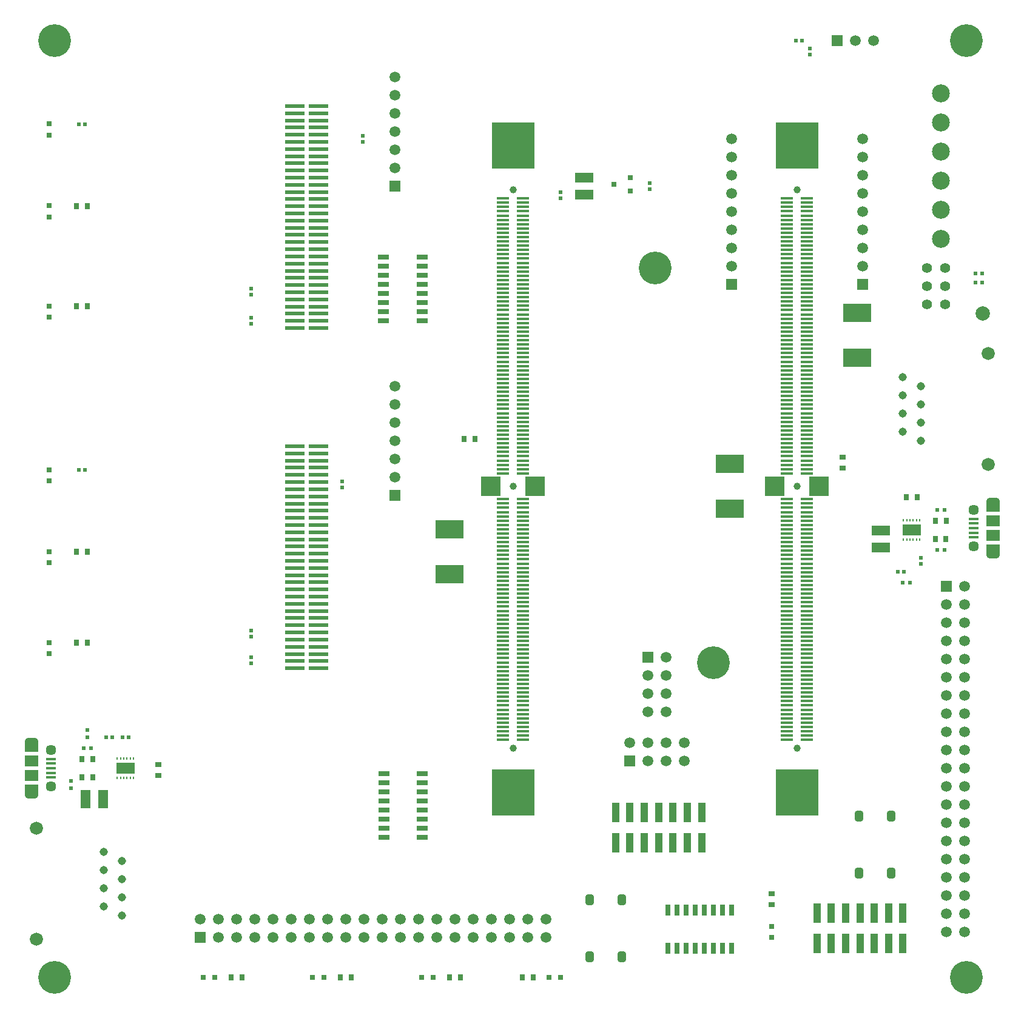
<source format=gbr>
G04 Layer_Color=255*
%FSLAX24Y24*%
%MOIN*%
%TF.FileFunction,Pads,Top*%
%TF.Part,Single*%
G01*
G75*
%TA.AperFunction,SMDPad,CuDef*%
%ADD10R,0.0354X0.0276*%
%ADD11R,0.0276X0.0354*%
%ADD12R,0.0236X0.0197*%
%ADD13R,0.0197X0.0236*%
%ADD14R,0.0630X0.0299*%
%ADD15R,0.0299X0.0630*%
G04:AMPARAMS|DCode=16|XSize=57mil|YSize=45mil|CornerRadius=11.2mil|HoleSize=0mil|Usage=FLASHONLY|Rotation=90.000|XOffset=0mil|YOffset=0mil|HoleType=Round|Shape=RoundedRectangle|*
%AMROUNDEDRECTD16*
21,1,0.0570,0.0225,0,0,90.0*
21,1,0.0345,0.0450,0,0,90.0*
1,1,0.0225,0.0112,0.0173*
1,1,0.0225,0.0112,-0.0173*
1,1,0.0225,-0.0112,-0.0173*
1,1,0.0225,-0.0112,0.0173*
%
%ADD16ROUNDEDRECTD16*%
%ADD17R,0.0197X0.0205*%
%ADD18R,0.0205X0.0197*%
%ADD19R,0.0217X0.0217*%
%ADD20R,0.0315X0.0315*%
%ADD21R,0.0315X0.0315*%
%ADD22R,0.1575X0.0984*%
%ADD23R,0.0098X0.0157*%
%ADD24R,0.0984X0.0630*%
%ADD25R,0.0531X0.1024*%
%ADD26R,0.1024X0.0531*%
%ADD27R,0.1063X0.0236*%
%ADD28R,0.0689X0.0138*%
%ADD29R,0.1091X0.1102*%
%ADD30R,0.2362X0.2559*%
%ADD31R,0.0394X0.1083*%
%ADD32R,0.0748X0.0591*%
%ADD33R,0.0531X0.0157*%
%ADD34R,0.0748X0.0472*%
%ADD35R,0.0295X0.0295*%
%ADD36C,0.0787*%
%TA.AperFunction,ViaPad*%
%ADD47C,0.1800*%
%TA.AperFunction,ComponentPad*%
%ADD48C,0.0591*%
%ADD49R,0.0591X0.0591*%
%ADD50C,0.0450*%
%ADD51C,0.0720*%
%ADD52C,0.0394*%
%ADD53R,0.0591X0.0591*%
G04:AMPARAMS|DCode=54|XSize=63mil|YSize=74.8mil|CornerRadius=22mil|HoleSize=0mil|Usage=FLASHONLY|Rotation=270.000|XOffset=0mil|YOffset=0mil|HoleType=Round|Shape=RoundedRectangle|*
%AMROUNDEDRECTD54*
21,1,0.0630,0.0307,0,0,270.0*
21,1,0.0189,0.0748,0,0,270.0*
1,1,0.0441,-0.0154,-0.0094*
1,1,0.0441,-0.0154,0.0094*
1,1,0.0441,0.0154,0.0094*
1,1,0.0441,0.0154,-0.0094*
%
%ADD54ROUNDEDRECTD54*%
%ADD55C,0.0571*%
%ADD56C,0.0984*%
%ADD57C,0.0551*%
D10*
X41400Y6005D02*
D03*
Y6595D02*
D03*
X7700Y13105D02*
D03*
Y13695D02*
D03*
X45300Y30595D02*
D03*
Y30005D02*
D03*
D11*
X28295Y2000D02*
D03*
X27705D02*
D03*
X23705Y2000D02*
D03*
X24295D02*
D03*
X17705D02*
D03*
X18295D02*
D03*
X11705D02*
D03*
X12295D02*
D03*
X3205Y44400D02*
D03*
X3795D02*
D03*
X3205Y38900D02*
D03*
X3795D02*
D03*
X3205Y25400D02*
D03*
X3795D02*
D03*
X3205Y20400D02*
D03*
X3795D02*
D03*
X24505Y31598D02*
D03*
X25095D02*
D03*
X3505Y14000D02*
D03*
X4095D02*
D03*
X48805Y28400D02*
D03*
X49395D02*
D03*
X50400Y26100D02*
D03*
X50991D02*
D03*
X50405Y27100D02*
D03*
X50995D02*
D03*
X3505Y13000D02*
D03*
X4095D02*
D03*
D12*
X3997Y14600D02*
D03*
X3603D02*
D03*
X48997Y23700D02*
D03*
X48603D02*
D03*
X50897Y25500D02*
D03*
X50503D02*
D03*
X50897Y27700D02*
D03*
X50503D02*
D03*
D13*
X3800Y15597D02*
D03*
Y15203D02*
D03*
X2900Y12403D02*
D03*
Y12797D02*
D03*
D14*
X22214Y13200D02*
D03*
Y12700D02*
D03*
Y12200D02*
D03*
Y11700D02*
D03*
Y11200D02*
D03*
Y10700D02*
D03*
Y10200D02*
D03*
Y9700D02*
D03*
X20100D02*
D03*
Y10200D02*
D03*
Y10700D02*
D03*
Y11200D02*
D03*
Y11700D02*
D03*
Y12200D02*
D03*
Y12700D02*
D03*
Y13200D02*
D03*
X20086Y38100D02*
D03*
Y38600D02*
D03*
Y39100D02*
D03*
Y39600D02*
D03*
Y40100D02*
D03*
Y40600D02*
D03*
Y41100D02*
D03*
Y41600D02*
D03*
X22200D02*
D03*
Y41100D02*
D03*
Y40600D02*
D03*
Y40100D02*
D03*
Y39600D02*
D03*
Y39100D02*
D03*
Y38600D02*
D03*
Y38100D02*
D03*
D15*
X35700Y5700D02*
D03*
X36200D02*
D03*
X36700D02*
D03*
X37200D02*
D03*
X37700D02*
D03*
X38200D02*
D03*
X38700D02*
D03*
X39200D02*
D03*
Y3586D02*
D03*
X38700D02*
D03*
X38200D02*
D03*
X37700D02*
D03*
X37200D02*
D03*
X36700D02*
D03*
X36200D02*
D03*
X35700D02*
D03*
D16*
X47986Y7725D02*
D03*
Y10879D02*
D03*
X46218Y7725D02*
D03*
Y10879D02*
D03*
X31418Y6279D02*
D03*
Y3125D02*
D03*
X33186Y6279D02*
D03*
Y3125D02*
D03*
D17*
X3337Y48900D02*
D03*
X3663D02*
D03*
X43063Y53500D02*
D03*
X42737D02*
D03*
X48337Y24300D02*
D03*
X48663D02*
D03*
X6063Y15200D02*
D03*
X5737D02*
D03*
X4837D02*
D03*
X5163D02*
D03*
X3337Y29900D02*
D03*
X3663D02*
D03*
D18*
X17800Y28937D02*
D03*
Y29263D02*
D03*
X12800Y37937D02*
D03*
Y38263D02*
D03*
X18953Y48255D02*
D03*
Y47928D02*
D03*
X12800Y19273D02*
D03*
Y19600D02*
D03*
Y39537D02*
D03*
Y39863D02*
D03*
Y20737D02*
D03*
Y21063D02*
D03*
X34700Y45337D02*
D03*
Y45663D02*
D03*
X43500Y52737D02*
D03*
Y53063D02*
D03*
X49600Y24737D02*
D03*
Y25063D02*
D03*
X29800Y45163D02*
D03*
Y44837D02*
D03*
D19*
X52977Y40700D02*
D03*
X52623D02*
D03*
X52623Y40200D02*
D03*
X52977D02*
D03*
D20*
X1700Y48930D02*
D03*
Y48300D02*
D03*
Y20415D02*
D03*
Y19785D02*
D03*
Y38915D02*
D03*
Y38285D02*
D03*
Y25415D02*
D03*
Y24785D02*
D03*
Y44430D02*
D03*
Y43800D02*
D03*
X41400Y4815D02*
D03*
Y4185D02*
D03*
X1700Y29915D02*
D03*
Y29285D02*
D03*
D21*
X29185Y2000D02*
D03*
X29815D02*
D03*
X22815D02*
D03*
X22185D02*
D03*
X16815D02*
D03*
X16185D02*
D03*
X10815D02*
D03*
X10185D02*
D03*
D22*
X39100Y27760D02*
D03*
Y30240D02*
D03*
X46100Y38540D02*
D03*
Y36060D02*
D03*
X23700Y26640D02*
D03*
Y24160D02*
D03*
D23*
X48657Y26069D02*
D03*
X48834D02*
D03*
X49011D02*
D03*
X49189D02*
D03*
X49366D02*
D03*
X49543D02*
D03*
Y27132D02*
D03*
X49366D02*
D03*
X49189D02*
D03*
X49011D02*
D03*
X48834D02*
D03*
X48657D02*
D03*
X6343Y12969D02*
D03*
X6166D02*
D03*
X5989D02*
D03*
X5811D02*
D03*
X5634D02*
D03*
X5457D02*
D03*
Y14031D02*
D03*
X5634D02*
D03*
X5811D02*
D03*
X5989D02*
D03*
X6166D02*
D03*
X6343D02*
D03*
D24*
X49100Y26600D02*
D03*
X5900Y13500D02*
D03*
D25*
X3718Y11800D02*
D03*
X4682D02*
D03*
D26*
X47400Y26582D02*
D03*
Y25618D02*
D03*
X31100Y45982D02*
D03*
Y45018D02*
D03*
D27*
X16499Y18995D02*
D03*
X15200D02*
D03*
X16499Y19389D02*
D03*
X15200D02*
D03*
X16499Y19783D02*
D03*
X15200D02*
D03*
X16499Y20176D02*
D03*
X15200D02*
D03*
X16499Y20570D02*
D03*
X15200D02*
D03*
X16499Y20964D02*
D03*
X15200D02*
D03*
X16499Y21357D02*
D03*
X15200D02*
D03*
X16499Y21751D02*
D03*
X15200D02*
D03*
X16499Y22145D02*
D03*
X15200D02*
D03*
X16499Y22539D02*
D03*
X15200D02*
D03*
X16499Y22932D02*
D03*
X15200D02*
D03*
X16499Y23326D02*
D03*
X15200D02*
D03*
X16499Y23720D02*
D03*
X15200D02*
D03*
X16499Y24113D02*
D03*
X15200D02*
D03*
X16499Y24507D02*
D03*
X15200D02*
D03*
X16499Y24901D02*
D03*
X15200D02*
D03*
X16499Y25294D02*
D03*
X15200D02*
D03*
X16499Y25688D02*
D03*
X15200D02*
D03*
X16499Y26082D02*
D03*
X15200D02*
D03*
X16499Y26476D02*
D03*
X15200D02*
D03*
X16499Y26869D02*
D03*
X15200D02*
D03*
X16499Y27263D02*
D03*
X15200D02*
D03*
X16499Y27657D02*
D03*
X15200D02*
D03*
X16499Y28050D02*
D03*
X15200D02*
D03*
X16499Y28444D02*
D03*
X15200D02*
D03*
X16499Y28838D02*
D03*
X15200D02*
D03*
X16499Y29232D02*
D03*
X15200D02*
D03*
X16499Y29625D02*
D03*
X15200D02*
D03*
X16499Y30019D02*
D03*
X15200D02*
D03*
X16499Y30413D02*
D03*
X15200D02*
D03*
X16499Y30806D02*
D03*
X15200D02*
D03*
X16499Y31200D02*
D03*
X15200D02*
D03*
Y49905D02*
D03*
X16499D02*
D03*
X15200Y49511D02*
D03*
X16499D02*
D03*
X15200Y49117D02*
D03*
X16499D02*
D03*
X15200Y48724D02*
D03*
X16499D02*
D03*
X15200Y48330D02*
D03*
X16499D02*
D03*
X15200Y47936D02*
D03*
X16499D02*
D03*
X15200Y47543D02*
D03*
X16499D02*
D03*
X15200Y47149D02*
D03*
X16499D02*
D03*
X15200Y46755D02*
D03*
X16499D02*
D03*
X15200Y46361D02*
D03*
X16499D02*
D03*
X15200Y45968D02*
D03*
X16499D02*
D03*
X15200Y45574D02*
D03*
X16499D02*
D03*
X15200Y45180D02*
D03*
X16499D02*
D03*
X15200Y44787D02*
D03*
X16499D02*
D03*
X15200Y44393D02*
D03*
X16499D02*
D03*
X15200Y43999D02*
D03*
X16499D02*
D03*
X15200Y43606D02*
D03*
X16499D02*
D03*
X15200Y43212D02*
D03*
X16499D02*
D03*
X15200Y42818D02*
D03*
X16499D02*
D03*
X15200Y42424D02*
D03*
X16499D02*
D03*
X15200Y42031D02*
D03*
X16499D02*
D03*
X15200Y41637D02*
D03*
X16499D02*
D03*
X15200Y41243D02*
D03*
X16499D02*
D03*
X15200Y40850D02*
D03*
X16499D02*
D03*
X15200Y40456D02*
D03*
X16499D02*
D03*
X15200Y40062D02*
D03*
X16499D02*
D03*
X15200Y39669D02*
D03*
X16499D02*
D03*
X15200Y39275D02*
D03*
X16499D02*
D03*
X15200Y38881D02*
D03*
X16499D02*
D03*
X15200Y38487D02*
D03*
X16499D02*
D03*
X15200Y38094D02*
D03*
X16499D02*
D03*
X15200Y37700D02*
D03*
X16499D02*
D03*
D28*
X43343Y15063D02*
D03*
Y15299D02*
D03*
Y15535D02*
D03*
Y15772D02*
D03*
Y16008D02*
D03*
Y16244D02*
D03*
Y16480D02*
D03*
Y16717D02*
D03*
Y16953D02*
D03*
Y17189D02*
D03*
Y17425D02*
D03*
Y17661D02*
D03*
Y17898D02*
D03*
Y18134D02*
D03*
Y18370D02*
D03*
Y18606D02*
D03*
Y18843D02*
D03*
Y19079D02*
D03*
Y19315D02*
D03*
Y19551D02*
D03*
Y19787D02*
D03*
Y20024D02*
D03*
Y20260D02*
D03*
Y20496D02*
D03*
Y20732D02*
D03*
Y20969D02*
D03*
Y21205D02*
D03*
Y21441D02*
D03*
Y21677D02*
D03*
Y21913D02*
D03*
Y22150D02*
D03*
Y22386D02*
D03*
Y22622D02*
D03*
Y22858D02*
D03*
Y23094D02*
D03*
Y23331D02*
D03*
Y23567D02*
D03*
Y23803D02*
D03*
Y24039D02*
D03*
Y24276D02*
D03*
Y24512D02*
D03*
Y24748D02*
D03*
Y24984D02*
D03*
Y25220D02*
D03*
Y25457D02*
D03*
Y25693D02*
D03*
Y25929D02*
D03*
Y26165D02*
D03*
Y26402D02*
D03*
Y26638D02*
D03*
Y26874D02*
D03*
Y27110D02*
D03*
Y27346D02*
D03*
Y27583D02*
D03*
Y27819D02*
D03*
Y28055D02*
D03*
Y28291D02*
D03*
Y29709D02*
D03*
Y29945D02*
D03*
Y30181D02*
D03*
Y30417D02*
D03*
Y30654D02*
D03*
Y30890D02*
D03*
Y31126D02*
D03*
Y31362D02*
D03*
Y31598D02*
D03*
Y31835D02*
D03*
Y32071D02*
D03*
Y32307D02*
D03*
Y32543D02*
D03*
Y32780D02*
D03*
Y33016D02*
D03*
Y33252D02*
D03*
Y33488D02*
D03*
Y33724D02*
D03*
Y33961D02*
D03*
Y34197D02*
D03*
Y34433D02*
D03*
Y34669D02*
D03*
Y34906D02*
D03*
Y35142D02*
D03*
Y35378D02*
D03*
Y35614D02*
D03*
Y35850D02*
D03*
Y36087D02*
D03*
Y36323D02*
D03*
Y36559D02*
D03*
Y36795D02*
D03*
Y37032D02*
D03*
Y37268D02*
D03*
Y37504D02*
D03*
Y37740D02*
D03*
Y37976D02*
D03*
Y38213D02*
D03*
Y38449D02*
D03*
Y38685D02*
D03*
Y38921D02*
D03*
Y39157D02*
D03*
Y39394D02*
D03*
Y39630D02*
D03*
Y39866D02*
D03*
Y40102D02*
D03*
Y40339D02*
D03*
Y40575D02*
D03*
Y40811D02*
D03*
Y41047D02*
D03*
Y41283D02*
D03*
Y41520D02*
D03*
Y41756D02*
D03*
Y41992D02*
D03*
Y42228D02*
D03*
Y42465D02*
D03*
Y42701D02*
D03*
Y42937D02*
D03*
Y43173D02*
D03*
Y43409D02*
D03*
Y43646D02*
D03*
Y43882D02*
D03*
Y44118D02*
D03*
Y44354D02*
D03*
Y44591D02*
D03*
Y44827D02*
D03*
X42257D02*
D03*
Y44591D02*
D03*
Y44354D02*
D03*
Y44118D02*
D03*
Y43882D02*
D03*
Y43646D02*
D03*
Y43409D02*
D03*
Y43173D02*
D03*
Y42937D02*
D03*
Y42701D02*
D03*
Y42465D02*
D03*
Y42228D02*
D03*
Y41992D02*
D03*
Y41756D02*
D03*
Y41520D02*
D03*
Y41283D02*
D03*
Y41047D02*
D03*
Y40811D02*
D03*
Y40575D02*
D03*
Y40339D02*
D03*
Y40102D02*
D03*
Y39866D02*
D03*
Y39630D02*
D03*
Y39394D02*
D03*
Y39157D02*
D03*
Y38921D02*
D03*
Y38685D02*
D03*
Y38449D02*
D03*
Y38213D02*
D03*
Y37976D02*
D03*
Y37740D02*
D03*
Y37504D02*
D03*
Y37268D02*
D03*
Y37032D02*
D03*
Y36795D02*
D03*
Y36559D02*
D03*
Y36323D02*
D03*
Y36087D02*
D03*
Y35850D02*
D03*
Y35614D02*
D03*
Y35378D02*
D03*
Y35142D02*
D03*
Y34906D02*
D03*
Y34669D02*
D03*
Y34433D02*
D03*
Y34197D02*
D03*
Y33961D02*
D03*
Y33724D02*
D03*
Y33488D02*
D03*
Y33252D02*
D03*
Y33016D02*
D03*
Y32780D02*
D03*
Y32543D02*
D03*
Y32307D02*
D03*
Y32071D02*
D03*
Y31835D02*
D03*
Y31598D02*
D03*
Y31362D02*
D03*
Y31126D02*
D03*
Y30890D02*
D03*
Y30654D02*
D03*
Y30417D02*
D03*
Y30181D02*
D03*
Y29945D02*
D03*
Y29709D02*
D03*
Y28291D02*
D03*
Y28055D02*
D03*
Y27819D02*
D03*
Y27583D02*
D03*
Y27346D02*
D03*
Y27110D02*
D03*
Y26874D02*
D03*
Y26638D02*
D03*
Y26402D02*
D03*
Y26165D02*
D03*
Y25929D02*
D03*
Y25693D02*
D03*
Y25457D02*
D03*
Y25220D02*
D03*
Y24984D02*
D03*
Y24748D02*
D03*
Y24512D02*
D03*
Y24276D02*
D03*
Y24039D02*
D03*
Y23803D02*
D03*
Y23567D02*
D03*
Y23331D02*
D03*
Y23094D02*
D03*
Y22858D02*
D03*
Y22622D02*
D03*
Y22386D02*
D03*
Y22150D02*
D03*
Y21913D02*
D03*
Y21677D02*
D03*
Y21441D02*
D03*
Y21205D02*
D03*
Y20969D02*
D03*
Y20732D02*
D03*
Y20496D02*
D03*
Y20260D02*
D03*
Y20024D02*
D03*
Y19787D02*
D03*
Y19551D02*
D03*
Y19315D02*
D03*
Y19079D02*
D03*
Y18843D02*
D03*
Y18606D02*
D03*
Y18370D02*
D03*
Y18134D02*
D03*
Y17898D02*
D03*
Y17661D02*
D03*
Y17425D02*
D03*
Y17189D02*
D03*
Y16953D02*
D03*
Y16717D02*
D03*
Y16480D02*
D03*
Y16244D02*
D03*
Y16008D02*
D03*
Y15772D02*
D03*
Y15535D02*
D03*
Y15299D02*
D03*
Y15063D02*
D03*
X26657D02*
D03*
Y15299D02*
D03*
Y15535D02*
D03*
Y15772D02*
D03*
Y16008D02*
D03*
Y16244D02*
D03*
Y16480D02*
D03*
Y16717D02*
D03*
Y16953D02*
D03*
Y17189D02*
D03*
Y17425D02*
D03*
Y17661D02*
D03*
Y17898D02*
D03*
Y18134D02*
D03*
Y18370D02*
D03*
Y18606D02*
D03*
Y18843D02*
D03*
Y19079D02*
D03*
Y19315D02*
D03*
Y19551D02*
D03*
Y19787D02*
D03*
Y20024D02*
D03*
Y20260D02*
D03*
Y20496D02*
D03*
Y20732D02*
D03*
Y20969D02*
D03*
Y21205D02*
D03*
Y21441D02*
D03*
Y21677D02*
D03*
Y21913D02*
D03*
Y22150D02*
D03*
Y22386D02*
D03*
Y22622D02*
D03*
Y22858D02*
D03*
Y23094D02*
D03*
Y23331D02*
D03*
Y23567D02*
D03*
Y23803D02*
D03*
Y24039D02*
D03*
Y24276D02*
D03*
Y24512D02*
D03*
Y24748D02*
D03*
Y24984D02*
D03*
Y25220D02*
D03*
Y25457D02*
D03*
Y25693D02*
D03*
Y25929D02*
D03*
Y26165D02*
D03*
Y26402D02*
D03*
Y26638D02*
D03*
Y26874D02*
D03*
Y27110D02*
D03*
Y27346D02*
D03*
Y27583D02*
D03*
Y27819D02*
D03*
Y28055D02*
D03*
Y28291D02*
D03*
Y29709D02*
D03*
Y29945D02*
D03*
Y30181D02*
D03*
Y30417D02*
D03*
Y30654D02*
D03*
Y30890D02*
D03*
Y31126D02*
D03*
Y31362D02*
D03*
Y31598D02*
D03*
Y31835D02*
D03*
Y32071D02*
D03*
Y32307D02*
D03*
Y32543D02*
D03*
Y32780D02*
D03*
Y33016D02*
D03*
Y33252D02*
D03*
Y33488D02*
D03*
Y33724D02*
D03*
Y33961D02*
D03*
Y34197D02*
D03*
Y34433D02*
D03*
Y34669D02*
D03*
Y34906D02*
D03*
Y35142D02*
D03*
Y35378D02*
D03*
Y35614D02*
D03*
Y35850D02*
D03*
Y36087D02*
D03*
Y36323D02*
D03*
Y36559D02*
D03*
Y36795D02*
D03*
Y37032D02*
D03*
Y37268D02*
D03*
Y37504D02*
D03*
Y37740D02*
D03*
Y37976D02*
D03*
Y38213D02*
D03*
Y38449D02*
D03*
Y38685D02*
D03*
Y38921D02*
D03*
Y39157D02*
D03*
Y39394D02*
D03*
Y39630D02*
D03*
Y39866D02*
D03*
Y40102D02*
D03*
Y40339D02*
D03*
Y40575D02*
D03*
Y40811D02*
D03*
Y41047D02*
D03*
Y41283D02*
D03*
Y41520D02*
D03*
Y41756D02*
D03*
Y41992D02*
D03*
Y42228D02*
D03*
Y42465D02*
D03*
Y42701D02*
D03*
Y42937D02*
D03*
Y43173D02*
D03*
Y43409D02*
D03*
Y43646D02*
D03*
Y43882D02*
D03*
Y44118D02*
D03*
Y44354D02*
D03*
Y44591D02*
D03*
Y44827D02*
D03*
X27743D02*
D03*
Y44591D02*
D03*
Y44354D02*
D03*
Y44118D02*
D03*
Y43882D02*
D03*
Y43646D02*
D03*
Y43409D02*
D03*
Y43173D02*
D03*
Y42937D02*
D03*
Y42701D02*
D03*
Y42465D02*
D03*
Y42228D02*
D03*
Y41992D02*
D03*
Y41756D02*
D03*
Y41520D02*
D03*
Y41283D02*
D03*
Y41047D02*
D03*
Y40811D02*
D03*
Y40575D02*
D03*
Y40339D02*
D03*
Y40102D02*
D03*
Y39866D02*
D03*
Y39630D02*
D03*
Y39394D02*
D03*
Y39157D02*
D03*
Y38921D02*
D03*
Y38685D02*
D03*
Y38449D02*
D03*
Y38213D02*
D03*
Y37976D02*
D03*
Y37740D02*
D03*
Y37504D02*
D03*
Y37268D02*
D03*
Y37032D02*
D03*
Y36795D02*
D03*
Y36559D02*
D03*
Y36323D02*
D03*
Y36087D02*
D03*
Y35850D02*
D03*
Y35614D02*
D03*
Y35378D02*
D03*
Y35142D02*
D03*
Y34906D02*
D03*
Y34669D02*
D03*
Y34433D02*
D03*
Y34197D02*
D03*
Y33961D02*
D03*
Y33724D02*
D03*
Y33488D02*
D03*
Y33252D02*
D03*
Y33016D02*
D03*
Y32780D02*
D03*
Y32543D02*
D03*
Y32307D02*
D03*
Y32071D02*
D03*
Y31835D02*
D03*
Y31598D02*
D03*
Y31362D02*
D03*
Y31126D02*
D03*
Y30890D02*
D03*
Y30654D02*
D03*
Y30417D02*
D03*
Y30181D02*
D03*
Y29945D02*
D03*
Y29709D02*
D03*
Y28291D02*
D03*
Y28055D02*
D03*
Y27819D02*
D03*
Y27583D02*
D03*
Y27346D02*
D03*
Y27110D02*
D03*
Y26874D02*
D03*
Y26638D02*
D03*
Y26402D02*
D03*
Y26165D02*
D03*
Y25929D02*
D03*
Y25693D02*
D03*
Y25457D02*
D03*
Y25220D02*
D03*
Y24984D02*
D03*
Y24748D02*
D03*
Y24512D02*
D03*
Y24276D02*
D03*
Y24039D02*
D03*
Y23803D02*
D03*
Y23567D02*
D03*
Y23331D02*
D03*
Y23094D02*
D03*
Y22858D02*
D03*
Y22622D02*
D03*
Y22386D02*
D03*
Y22150D02*
D03*
Y21913D02*
D03*
Y21677D02*
D03*
Y21441D02*
D03*
Y21205D02*
D03*
Y20969D02*
D03*
Y20732D02*
D03*
Y20496D02*
D03*
Y20260D02*
D03*
Y20024D02*
D03*
Y19787D02*
D03*
Y19551D02*
D03*
Y19315D02*
D03*
Y19079D02*
D03*
Y18843D02*
D03*
Y18606D02*
D03*
Y18370D02*
D03*
Y18134D02*
D03*
Y17898D02*
D03*
Y17661D02*
D03*
Y17425D02*
D03*
Y17189D02*
D03*
Y16953D02*
D03*
Y16717D02*
D03*
Y16480D02*
D03*
Y16244D02*
D03*
Y16008D02*
D03*
Y15772D02*
D03*
Y15535D02*
D03*
Y15299D02*
D03*
Y15063D02*
D03*
D29*
X44013Y29000D02*
D03*
X41587D02*
D03*
X25987D02*
D03*
X28413D02*
D03*
D30*
X42800Y12169D02*
D03*
Y47740D02*
D03*
X27200D02*
D03*
Y12169D02*
D03*
D31*
X37562Y11077D02*
D03*
Y9400D02*
D03*
X36775Y11077D02*
D03*
Y9400D02*
D03*
X35987Y11077D02*
D03*
Y9400D02*
D03*
X35200Y11077D02*
D03*
Y9400D02*
D03*
X34413Y11077D02*
D03*
Y9400D02*
D03*
X33625Y11077D02*
D03*
Y9400D02*
D03*
X32838Y11077D02*
D03*
Y9400D02*
D03*
X43900Y3861D02*
D03*
Y5539D02*
D03*
X44687Y3861D02*
D03*
Y5539D02*
D03*
X45475Y3861D02*
D03*
Y5539D02*
D03*
X46262Y3861D02*
D03*
Y5539D02*
D03*
X47050Y3861D02*
D03*
Y5539D02*
D03*
X47837Y3861D02*
D03*
Y5539D02*
D03*
X48624Y3861D02*
D03*
Y5539D02*
D03*
D32*
X737Y13894D02*
D03*
Y13106D02*
D03*
X53563Y27094D02*
D03*
Y26306D02*
D03*
D33*
X1800Y12988D02*
D03*
Y13244D02*
D03*
Y13500D02*
D03*
Y13756D02*
D03*
Y14012D02*
D03*
X52500Y26188D02*
D03*
Y26444D02*
D03*
Y26700D02*
D03*
Y26956D02*
D03*
Y27212D02*
D03*
D34*
X737Y12378D02*
D03*
Y14622D02*
D03*
X53563Y25578D02*
D03*
Y27822D02*
D03*
D35*
X33651Y45226D02*
D03*
Y45974D02*
D03*
X32749Y45600D02*
D03*
D36*
X53000Y38500D02*
D03*
D47*
X38200Y19300D02*
D03*
X52100Y2000D02*
D03*
X2000D02*
D03*
Y53500D02*
D03*
X52100D02*
D03*
X35000Y41000D02*
D03*
D48*
X39200Y41100D02*
D03*
Y48100D02*
D03*
Y47100D02*
D03*
Y46100D02*
D03*
Y45100D02*
D03*
Y44100D02*
D03*
Y43100D02*
D03*
Y42100D02*
D03*
X20700Y51500D02*
D03*
Y50500D02*
D03*
Y49500D02*
D03*
Y48500D02*
D03*
Y46500D02*
D03*
Y47500D02*
D03*
X52000Y23500D02*
D03*
X51000Y22500D02*
D03*
X52000D02*
D03*
X51000Y21500D02*
D03*
X52000D02*
D03*
X51000Y20500D02*
D03*
X52000D02*
D03*
X51000Y19500D02*
D03*
X52000D02*
D03*
X51000Y18500D02*
D03*
X52000D02*
D03*
X51000Y17500D02*
D03*
X52000D02*
D03*
X51000Y16500D02*
D03*
X52000D02*
D03*
X51000Y15500D02*
D03*
X52000D02*
D03*
X51000Y14500D02*
D03*
X52000D02*
D03*
X51000Y13500D02*
D03*
X52000D02*
D03*
X51000Y12500D02*
D03*
X52000D02*
D03*
X51000Y11500D02*
D03*
X52000D02*
D03*
X51000Y10500D02*
D03*
X52000D02*
D03*
X51000Y9500D02*
D03*
X52000D02*
D03*
X51000Y8500D02*
D03*
X52000D02*
D03*
X51000Y7500D02*
D03*
X52000D02*
D03*
X51000Y6500D02*
D03*
X52000D02*
D03*
X51000Y5500D02*
D03*
X52000D02*
D03*
X51000Y4500D02*
D03*
X52000D02*
D03*
X35600Y16600D02*
D03*
X34600D02*
D03*
X35600Y17600D02*
D03*
X34600D02*
D03*
X35600Y18600D02*
D03*
X34600D02*
D03*
X35600Y19600D02*
D03*
X47000Y53500D02*
D03*
X46000D02*
D03*
X20700Y34500D02*
D03*
Y33500D02*
D03*
Y32500D02*
D03*
Y31500D02*
D03*
Y29500D02*
D03*
Y30500D02*
D03*
X46400Y41100D02*
D03*
Y48100D02*
D03*
Y47100D02*
D03*
Y46100D02*
D03*
Y45100D02*
D03*
Y44100D02*
D03*
Y43100D02*
D03*
Y42100D02*
D03*
X29000Y5200D02*
D03*
Y4200D02*
D03*
X28000Y5200D02*
D03*
Y4200D02*
D03*
X27000Y5200D02*
D03*
Y4200D02*
D03*
X26000Y5200D02*
D03*
Y4200D02*
D03*
X25000Y5200D02*
D03*
Y4200D02*
D03*
X24000Y5200D02*
D03*
Y4200D02*
D03*
X23000Y5200D02*
D03*
Y4200D02*
D03*
X22000Y5200D02*
D03*
Y4200D02*
D03*
X21000Y5200D02*
D03*
Y4200D02*
D03*
X20000Y5200D02*
D03*
Y4200D02*
D03*
X19000Y5200D02*
D03*
Y4200D02*
D03*
X18000Y5200D02*
D03*
Y4200D02*
D03*
X17000Y5200D02*
D03*
Y4200D02*
D03*
X16000Y5200D02*
D03*
Y4200D02*
D03*
X15000Y5200D02*
D03*
Y4200D02*
D03*
X14000Y5200D02*
D03*
Y4200D02*
D03*
X13000Y5200D02*
D03*
Y4200D02*
D03*
X12000Y5200D02*
D03*
Y4200D02*
D03*
X11000Y5200D02*
D03*
Y4200D02*
D03*
X10000Y5200D02*
D03*
X36600Y14900D02*
D03*
Y13900D02*
D03*
X35600Y14900D02*
D03*
Y13900D02*
D03*
X34600Y14900D02*
D03*
Y13900D02*
D03*
X33600Y14900D02*
D03*
D49*
X39200Y40100D02*
D03*
X20700Y45500D02*
D03*
X51000Y23500D02*
D03*
X34600Y19600D02*
D03*
X20700Y28500D02*
D03*
X46400Y40100D02*
D03*
D50*
X4700Y8900D02*
D03*
X5700Y8400D02*
D03*
X4700Y7900D02*
D03*
X5700Y7400D02*
D03*
X4700Y6900D02*
D03*
X5700Y6400D02*
D03*
X4700Y5900D02*
D03*
X5700Y5400D02*
D03*
X48600Y35000D02*
D03*
X49600Y34500D02*
D03*
X48600Y34000D02*
D03*
X49600Y33500D02*
D03*
X48600Y33000D02*
D03*
X49600Y32500D02*
D03*
X48600Y32000D02*
D03*
X49600Y31500D02*
D03*
D51*
X1000Y10200D02*
D03*
Y4100D02*
D03*
X53300Y36300D02*
D03*
Y30200D02*
D03*
D52*
X42800Y45299D02*
D03*
Y14591D02*
D03*
Y29000D02*
D03*
X27200D02*
D03*
Y14591D02*
D03*
Y45299D02*
D03*
D53*
X45000Y53500D02*
D03*
X10000Y4200D02*
D03*
X33600Y13900D02*
D03*
D54*
X737Y12122D02*
D03*
Y14878D02*
D03*
X53563Y25322D02*
D03*
Y28078D02*
D03*
D55*
X1800Y14484D02*
D03*
Y12516D02*
D03*
X52500Y27684D02*
D03*
Y25716D02*
D03*
D56*
X50700Y50600D02*
D03*
Y49000D02*
D03*
Y47400D02*
D03*
Y45800D02*
D03*
Y44200D02*
D03*
Y42600D02*
D03*
D57*
X49950Y39000D02*
D03*
X50950D02*
D03*
X49950Y40000D02*
D03*
X50950D02*
D03*
X49950Y41000D02*
D03*
X50950D02*
D03*
%TF.MD5,1e01d08732a05df42a167cbbf72943f3*%
M02*

</source>
